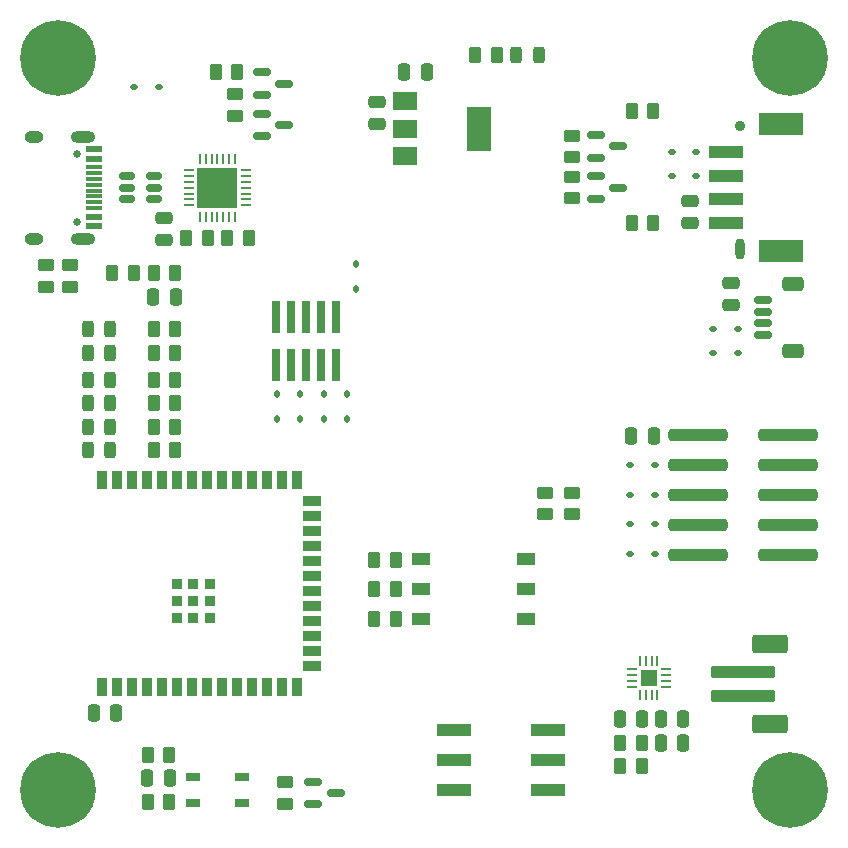
<source format=gbr>
%TF.GenerationSoftware,KiCad,Pcbnew,7.0.1*%
%TF.CreationDate,2023-04-30T16:49:33+02:00*%
%TF.ProjectId,Controller,436f6e74-726f-46c6-9c65-722e6b696361,rev?*%
%TF.SameCoordinates,Original*%
%TF.FileFunction,Soldermask,Top*%
%TF.FilePolarity,Negative*%
%FSLAX46Y46*%
G04 Gerber Fmt 4.6, Leading zero omitted, Abs format (unit mm)*
G04 Created by KiCad (PCBNEW 7.0.1) date 2023-04-30 16:49:33*
%MOMM*%
%LPD*%
G01*
G04 APERTURE LIST*
G04 Aperture macros list*
%AMRoundRect*
0 Rectangle with rounded corners*
0 $1 Rounding radius*
0 $2 $3 $4 $5 $6 $7 $8 $9 X,Y pos of 4 corners*
0 Add a 4 corners polygon primitive as box body*
4,1,4,$2,$3,$4,$5,$6,$7,$8,$9,$2,$3,0*
0 Add four circle primitives for the rounded corners*
1,1,$1+$1,$2,$3*
1,1,$1+$1,$4,$5*
1,1,$1+$1,$6,$7*
1,1,$1+$1,$8,$9*
0 Add four rect primitives between the rounded corners*
20,1,$1+$1,$2,$3,$4,$5,0*
20,1,$1+$1,$4,$5,$6,$7,0*
20,1,$1+$1,$6,$7,$8,$9,0*
20,1,$1+$1,$8,$9,$2,$3,0*%
G04 Aperture macros list end*
%ADD10O,0.800000X1.800000*%
%ADD11C,0.889000*%
%ADD12R,2.895600X0.990600*%
%ADD13R,3.708400X1.905000*%
%ADD14RoundRect,0.250000X0.262500X0.450000X-0.262500X0.450000X-0.262500X-0.450000X0.262500X-0.450000X0*%
%ADD15RoundRect,0.243750X-0.243750X-0.456250X0.243750X-0.456250X0.243750X0.456250X-0.243750X0.456250X0*%
%ADD16RoundRect,0.112500X-0.112500X0.187500X-0.112500X-0.187500X0.112500X-0.187500X0.112500X0.187500X0*%
%ADD17RoundRect,0.250000X-0.450000X0.262500X-0.450000X-0.262500X0.450000X-0.262500X0.450000X0.262500X0*%
%ADD18R,0.650000X2.770000*%
%ADD19RoundRect,0.250000X-0.250000X-0.475000X0.250000X-0.475000X0.250000X0.475000X-0.250000X0.475000X0*%
%ADD20RoundRect,0.255000X-2.245000X-0.255000X2.245000X-0.255000X2.245000X0.255000X-2.245000X0.255000X0*%
%ADD21RoundRect,0.112500X0.112500X-0.187500X0.112500X0.187500X-0.112500X0.187500X-0.112500X-0.187500X0*%
%ADD22RoundRect,0.112500X0.187500X0.112500X-0.187500X0.112500X-0.187500X-0.112500X0.187500X-0.112500X0*%
%ADD23RoundRect,0.150000X-0.587500X-0.150000X0.587500X-0.150000X0.587500X0.150000X-0.587500X0.150000X0*%
%ADD24C,0.800000*%
%ADD25C,6.400000*%
%ADD26RoundRect,0.150000X0.512500X0.150000X-0.512500X0.150000X-0.512500X-0.150000X0.512500X-0.150000X0*%
%ADD27RoundRect,0.250000X-0.262500X-0.450000X0.262500X-0.450000X0.262500X0.450000X-0.262500X0.450000X0*%
%ADD28RoundRect,0.250000X0.450000X-0.262500X0.450000X0.262500X-0.450000X0.262500X-0.450000X-0.262500X0*%
%ADD29C,0.650000*%
%ADD30R,1.450000X0.600000*%
%ADD31R,1.450000X0.300000*%
%ADD32O,2.100000X1.000000*%
%ADD33O,1.600000X1.000000*%
%ADD34R,3.000000X1.000000*%
%ADD35RoundRect,0.250000X0.250000X0.475000X-0.250000X0.475000X-0.250000X-0.475000X0.250000X-0.475000X0*%
%ADD36RoundRect,0.250000X0.475000X-0.250000X0.475000X0.250000X-0.475000X0.250000X-0.475000X-0.250000X0*%
%ADD37R,0.900000X1.500000*%
%ADD38R,1.500000X0.900000*%
%ADD39R,0.900000X0.900000*%
%ADD40RoundRect,0.243750X0.243750X0.456250X-0.243750X0.456250X-0.243750X-0.456250X0.243750X-0.456250X0*%
%ADD41RoundRect,0.062500X-0.375000X-0.062500X0.375000X-0.062500X0.375000X0.062500X-0.375000X0.062500X0*%
%ADD42RoundRect,0.062500X-0.062500X-0.375000X0.062500X-0.375000X0.062500X0.375000X-0.062500X0.375000X0*%
%ADD43R,1.450000X1.450000*%
%ADD44RoundRect,0.150000X-0.625000X0.150000X-0.625000X-0.150000X0.625000X-0.150000X0.625000X0.150000X0*%
%ADD45RoundRect,0.250000X-0.650000X0.350000X-0.650000X-0.350000X0.650000X-0.350000X0.650000X0.350000X0*%
%ADD46RoundRect,0.250000X-2.500000X0.250000X-2.500000X-0.250000X2.500000X-0.250000X2.500000X0.250000X0*%
%ADD47RoundRect,0.250000X-1.250000X0.550000X-1.250000X-0.550000X1.250000X-0.550000X1.250000X0.550000X0*%
%ADD48R,1.200000X0.650000*%
%ADD49RoundRect,0.062500X-0.337500X-0.062500X0.337500X-0.062500X0.337500X0.062500X-0.337500X0.062500X0*%
%ADD50RoundRect,0.062500X-0.062500X-0.337500X0.062500X-0.337500X0.062500X0.337500X-0.062500X0.337500X0*%
%ADD51R,3.350000X3.350000*%
%ADD52RoundRect,0.250000X-0.475000X0.250000X-0.475000X-0.250000X0.475000X-0.250000X0.475000X0.250000X0*%
%ADD53R,1.500000X1.100000*%
%ADD54R,2.000000X1.500000*%
%ADD55R,2.000000X3.800000*%
G04 APERTURE END LIST*
D10*
%TO.C,J5*%
X177112399Y-80105000D03*
D11*
X177112599Y-69705000D03*
D12*
X175862599Y-71905001D03*
X175862599Y-73904999D03*
X175862599Y-75905001D03*
X175862599Y-77904999D03*
D13*
X180512600Y-80255001D03*
X180512600Y-69554999D03*
%TD*%
D14*
%TO.C,R11*%
X127417500Y-86905000D03*
X129242500Y-86905000D03*
%TD*%
%TO.C,R19*%
X127417500Y-95155000D03*
X129242500Y-95155000D03*
%TD*%
D15*
%TO.C,D7*%
X121892500Y-95155000D03*
X123767500Y-95155000D03*
%TD*%
D14*
%TO.C,R20*%
X129242500Y-97155000D03*
X127417500Y-97155000D03*
%TD*%
%TO.C,R17*%
X127417500Y-91155000D03*
X129242500Y-91155000D03*
%TD*%
D15*
%TO.C,D8*%
X121892500Y-97155000D03*
X123767500Y-97155000D03*
%TD*%
%TO.C,D5*%
X123767500Y-91155000D03*
X121892500Y-91155000D03*
%TD*%
D14*
%TO.C,R18*%
X127417500Y-93155000D03*
X129242500Y-93155000D03*
%TD*%
D15*
%TO.C,D6*%
X123767500Y-93155000D03*
X121892500Y-93155000D03*
%TD*%
D16*
%TO.C,D12*%
X137830000Y-94455000D03*
X137830000Y-92355000D03*
%TD*%
D17*
%TO.C,R2*%
X120330000Y-81492500D03*
X120330000Y-83317500D03*
%TD*%
D14*
%TO.C,R10*%
X129242500Y-88905000D03*
X127417500Y-88905000D03*
%TD*%
D18*
%TO.C,J2*%
X137790000Y-89920000D03*
X137790000Y-85890000D03*
X139060000Y-89920000D03*
X139060000Y-85890000D03*
X140330000Y-89920000D03*
X140330000Y-85890000D03*
X141600000Y-89920000D03*
X141600000Y-85890000D03*
X142870000Y-89920000D03*
X142870000Y-85890000D03*
%TD*%
D17*
%TO.C,R27*%
X162830000Y-73992500D03*
X162830000Y-75817500D03*
%TD*%
D14*
%TO.C,R14*%
X147942500Y-106405000D03*
X146117500Y-106405000D03*
%TD*%
D19*
%TO.C,C7*%
X170380000Y-121905000D03*
X172280000Y-121905000D03*
%TD*%
D14*
%TO.C,R22*%
X168742500Y-121905000D03*
X166917500Y-121905000D03*
%TD*%
D20*
%TO.C,J4*%
X181130000Y-105985000D03*
X173530000Y-105985000D03*
X181130000Y-103445000D03*
X173530000Y-103445000D03*
X181130000Y-100905000D03*
X173530000Y-100905000D03*
X181130000Y-98365000D03*
X173530000Y-98365000D03*
X181130000Y-95825000D03*
X173530000Y-95825000D03*
%TD*%
D21*
%TO.C,D13*%
X144580000Y-83455000D03*
X144580000Y-81355000D03*
%TD*%
D22*
%TO.C,D21*%
X176880000Y-86905000D03*
X174780000Y-86905000D03*
%TD*%
%TO.C,D20*%
X176880000Y-88905000D03*
X174780000Y-88905000D03*
%TD*%
D23*
%TO.C,Q4*%
X164892500Y-70455000D03*
X164892500Y-72355000D03*
X166767500Y-71405000D03*
%TD*%
D24*
%TO.C,H4*%
X178930000Y-125905000D03*
X179632944Y-124207944D03*
X179632944Y-127602056D03*
X181330000Y-123505000D03*
D25*
X181330000Y-125905000D03*
D24*
X181330000Y-128305000D03*
X183027056Y-124207944D03*
X183027056Y-127602056D03*
X183730000Y-125905000D03*
%TD*%
D14*
%TO.C,R13*%
X147942500Y-108905000D03*
X146117500Y-108905000D03*
%TD*%
D26*
%TO.C,U2*%
X127467500Y-75855000D03*
X127467500Y-74905000D03*
X127467500Y-73955000D03*
X125192500Y-73955000D03*
X125192500Y-74905000D03*
X125192500Y-75855000D03*
%TD*%
D17*
%TO.C,R26*%
X162830000Y-70492500D03*
X162830000Y-72317500D03*
%TD*%
D27*
%TO.C,R1*%
X156492500Y-63655000D03*
X154667500Y-63655000D03*
%TD*%
D19*
%TO.C,C10*%
X167880000Y-95905000D03*
X169780000Y-95905000D03*
%TD*%
%TO.C,C2*%
X148630000Y-65155000D03*
X150530000Y-65155000D03*
%TD*%
D22*
%TO.C,D16*%
X169880000Y-103405000D03*
X167780000Y-103405000D03*
%TD*%
D23*
%TO.C,Q5*%
X164892500Y-73955000D03*
X164892500Y-75855000D03*
X166767500Y-74905000D03*
%TD*%
D28*
%TO.C,R24*%
X162830000Y-102567500D03*
X162830000Y-100742500D03*
%TD*%
D27*
%TO.C,R7*%
X135492500Y-79155000D03*
X133667500Y-79155000D03*
%TD*%
D29*
%TO.C,J1*%
X120930000Y-72015000D03*
X120930000Y-77795000D03*
D30*
X122375000Y-71655000D03*
X122375000Y-72455000D03*
D31*
X122375000Y-73655000D03*
X122375000Y-74655000D03*
X122375000Y-75155000D03*
X122375000Y-76155000D03*
D30*
X122375000Y-77355000D03*
X122375000Y-78155000D03*
X122375000Y-78155000D03*
X122375000Y-77355000D03*
D31*
X122375000Y-76655000D03*
X122375000Y-75655000D03*
X122375000Y-74155000D03*
X122375000Y-73155000D03*
D30*
X122375000Y-72455000D03*
X122375000Y-71655000D03*
D32*
X121460000Y-70585000D03*
D33*
X117280000Y-70585000D03*
D32*
X121460000Y-79225000D03*
D33*
X117280000Y-79225000D03*
%TD*%
D34*
%TO.C,SW3*%
X160830000Y-123405000D03*
X152830000Y-123405000D03*
X160830000Y-125945000D03*
X160830000Y-120865000D03*
X152830000Y-120865000D03*
X152830000Y-125945000D03*
%TD*%
D22*
%TO.C,D18*%
X173380000Y-71905000D03*
X171280000Y-71905000D03*
%TD*%
D35*
%TO.C,C6*%
X124280000Y-119405000D03*
X122380000Y-119405000D03*
%TD*%
D24*
%TO.C,H3*%
X116930000Y-125905000D03*
X117632944Y-124207944D03*
X117632944Y-127602056D03*
X119330000Y-123505000D03*
D25*
X119330000Y-125905000D03*
D24*
X119330000Y-128305000D03*
X121027056Y-124207944D03*
X121027056Y-127602056D03*
X121730000Y-125905000D03*
%TD*%
D27*
%TO.C,R4*%
X131992500Y-79155000D03*
X130167500Y-79155000D03*
%TD*%
D22*
%TO.C,D14*%
X169880000Y-98405000D03*
X167780000Y-98405000D03*
%TD*%
D23*
%TO.C,Q1*%
X136580000Y-68655000D03*
X136580000Y-70555000D03*
X138455000Y-69605000D03*
%TD*%
D19*
%TO.C,C5*%
X126880000Y-124905000D03*
X128780000Y-124905000D03*
%TD*%
D24*
%TO.C,H1*%
X116930000Y-63905000D03*
X117632944Y-62207944D03*
X117632944Y-65602056D03*
X119330000Y-61505000D03*
D25*
X119330000Y-63905000D03*
D24*
X119330000Y-66305000D03*
X121027056Y-62207944D03*
X121027056Y-65602056D03*
X121730000Y-63905000D03*
%TD*%
D27*
%TO.C,R5*%
X123917500Y-82155000D03*
X125742500Y-82155000D03*
%TD*%
%TO.C,R16*%
X126917500Y-122905000D03*
X128742500Y-122905000D03*
%TD*%
D19*
%TO.C,C9*%
X170380000Y-119905000D03*
X172280000Y-119905000D03*
%TD*%
D15*
%TO.C,D3*%
X121892500Y-88905000D03*
X123767500Y-88905000D03*
%TD*%
D36*
%TO.C,C11*%
X172830000Y-77905000D03*
X172830000Y-76005000D03*
%TD*%
D22*
%TO.C,D19*%
X173380000Y-73905000D03*
X171280000Y-73905000D03*
%TD*%
D24*
%TO.C,H2*%
X178930000Y-63905000D03*
X179632944Y-62207944D03*
X179632944Y-65602056D03*
X181330000Y-61505000D03*
D25*
X181330000Y-63905000D03*
D24*
X181330000Y-66305000D03*
X183027056Y-62207944D03*
X183027056Y-65602056D03*
X183730000Y-63905000D03*
%TD*%
D22*
%TO.C,D1*%
X127880000Y-66405000D03*
X125780000Y-66405000D03*
%TD*%
D14*
%TO.C,R12*%
X147942500Y-111405000D03*
X146117500Y-111405000D03*
%TD*%
D19*
%TO.C,C3*%
X127380000Y-84155000D03*
X129280000Y-84155000D03*
%TD*%
D37*
%TO.C,U4*%
X123070000Y-117155000D03*
X124340000Y-117155000D03*
X125610000Y-117155000D03*
X126880000Y-117155000D03*
X128150000Y-117155000D03*
X129420000Y-117155000D03*
X130690000Y-117155000D03*
X131960000Y-117155000D03*
X133230000Y-117155000D03*
X134500000Y-117155000D03*
X135770000Y-117155000D03*
X137040000Y-117155000D03*
X138310000Y-117155000D03*
X139580000Y-117155000D03*
D38*
X140830000Y-115390000D03*
X140830000Y-114120000D03*
X140830000Y-112850000D03*
X140830000Y-111580000D03*
X140830000Y-110310000D03*
X140830000Y-109040000D03*
X140830000Y-107770000D03*
X140830000Y-106500000D03*
X140830000Y-105230000D03*
X140830000Y-103960000D03*
X140830000Y-102690000D03*
X140830000Y-101420000D03*
D37*
X139580000Y-99655000D03*
X138310000Y-99655000D03*
X137040000Y-99655000D03*
X135770000Y-99655000D03*
X134500000Y-99655000D03*
X133230000Y-99655000D03*
X131960000Y-99655000D03*
X130690000Y-99655000D03*
X129420000Y-99655000D03*
X128150000Y-99655000D03*
X126880000Y-99655000D03*
X125610000Y-99655000D03*
X124340000Y-99655000D03*
X123070000Y-99655000D03*
D39*
X129390000Y-111305000D03*
X130790000Y-111305000D03*
X132190000Y-111305000D03*
X129390000Y-109905000D03*
X130790000Y-109905000D03*
X132190000Y-109905000D03*
X129390000Y-108505000D03*
X130790000Y-108505000D03*
X132190000Y-108505000D03*
%TD*%
D14*
%TO.C,R28*%
X169742500Y-68405000D03*
X167917500Y-68405000D03*
%TD*%
D23*
%TO.C,Q3*%
X140955000Y-125205000D03*
X140955000Y-127105000D03*
X142830000Y-126155000D03*
%TD*%
D27*
%TO.C,R9*%
X132667500Y-65155000D03*
X134492500Y-65155000D03*
%TD*%
D16*
%TO.C,D11*%
X139830000Y-92355000D03*
X139830000Y-94455000D03*
%TD*%
D27*
%TO.C,R6*%
X129242500Y-82155000D03*
X127417500Y-82155000D03*
%TD*%
D14*
%TO.C,R15*%
X128742500Y-126905000D03*
X126917500Y-126905000D03*
%TD*%
D17*
%TO.C,R3*%
X118330000Y-83317500D03*
X118330000Y-81492500D03*
%TD*%
D40*
%TO.C,D2*%
X158142500Y-63655000D03*
X160017500Y-63655000D03*
%TD*%
D28*
%TO.C,R21*%
X138580000Y-127067500D03*
X138580000Y-125242500D03*
%TD*%
D35*
%TO.C,C8*%
X168780000Y-119905000D03*
X166880000Y-119905000D03*
%TD*%
D41*
%TO.C,U5*%
X167892500Y-115655000D03*
X167892500Y-116155000D03*
X167892500Y-116655000D03*
X167892500Y-117155000D03*
D42*
X168580000Y-117842500D03*
X169080000Y-117842500D03*
X169580000Y-117842500D03*
X170080000Y-117842500D03*
D41*
X170767500Y-117155000D03*
X170767500Y-116655000D03*
X170767500Y-116155000D03*
X170767500Y-115655000D03*
D42*
X170080000Y-114967500D03*
X169580000Y-114967500D03*
X169080000Y-114967500D03*
X168580000Y-114967500D03*
D43*
X169330000Y-116405000D03*
%TD*%
D44*
%TO.C,J6*%
X179005000Y-84405000D03*
X179005000Y-85405000D03*
X179005000Y-86405000D03*
X179005000Y-87405000D03*
D45*
X181530000Y-83105000D03*
X181530000Y-88705000D03*
%TD*%
D23*
%TO.C,Q2*%
X136580000Y-65155000D03*
X136580000Y-67055000D03*
X138455000Y-66105000D03*
%TD*%
D14*
%TO.C,R29*%
X169742500Y-77905000D03*
X167917500Y-77905000D03*
%TD*%
D28*
%TO.C,R25*%
X160580000Y-100742500D03*
X160580000Y-102567500D03*
%TD*%
D17*
%TO.C,R8*%
X134330000Y-66992500D03*
X134330000Y-68817500D03*
%TD*%
D46*
%TO.C,J3*%
X177330000Y-115905000D03*
X177330000Y-117905000D03*
D47*
X179580000Y-113505000D03*
X179580000Y-120305000D03*
%TD*%
D48*
%TO.C,SW2*%
X130755000Y-124830000D03*
X134905000Y-124830000D03*
X130755000Y-126980000D03*
X134880000Y-126980000D03*
%TD*%
D22*
%TO.C,D15*%
X169880000Y-100905000D03*
X167780000Y-100905000D03*
%TD*%
%TO.C,D17*%
X169880000Y-105905000D03*
X167780000Y-105905000D03*
%TD*%
D49*
%TO.C,U3*%
X130380000Y-73405000D03*
X130380000Y-73905000D03*
X130380000Y-74405000D03*
X130380000Y-74905000D03*
X130380000Y-75405000D03*
X130380000Y-75905000D03*
X130380000Y-76405000D03*
D50*
X131330000Y-77355000D03*
X131830000Y-77355000D03*
X132330000Y-77355000D03*
X132830000Y-77355000D03*
X133330000Y-77355000D03*
X133830000Y-77355000D03*
X134330000Y-77355000D03*
D49*
X135280000Y-76405000D03*
X135280000Y-75905000D03*
X135280000Y-75405000D03*
X135280000Y-74905000D03*
X135280000Y-74405000D03*
X135280000Y-73905000D03*
X135280000Y-73405000D03*
D50*
X134330000Y-72455000D03*
X133830000Y-72455000D03*
X133330000Y-72455000D03*
X132830000Y-72455000D03*
X132330000Y-72455000D03*
X131830000Y-72455000D03*
X131330000Y-72455000D03*
D51*
X132830000Y-74905000D03*
%TD*%
D16*
%TO.C,D10*%
X141830000Y-92355000D03*
X141830000Y-94455000D03*
%TD*%
D27*
%TO.C,R23*%
X168742500Y-123905000D03*
X166917500Y-123905000D03*
%TD*%
D52*
%TO.C,C12*%
X176330000Y-84855000D03*
X176330000Y-82955000D03*
%TD*%
D16*
%TO.C,D9*%
X143830000Y-94455000D03*
X143830000Y-92355000D03*
%TD*%
D15*
%TO.C,D4*%
X123767500Y-86905000D03*
X121892500Y-86905000D03*
%TD*%
D36*
%TO.C,C4*%
X128330000Y-79355000D03*
X128330000Y-77455000D03*
%TD*%
D53*
%TO.C,SW1*%
X158980000Y-111445000D03*
X158980000Y-108905000D03*
X158980000Y-106365000D03*
X150080000Y-106365000D03*
X150080000Y-108905000D03*
X150080000Y-111445000D03*
%TD*%
D54*
%TO.C,U1*%
X148680000Y-72205000D03*
D55*
X154980000Y-69905000D03*
D54*
X148680000Y-69905000D03*
X148680000Y-67605000D03*
%TD*%
D52*
%TO.C,C1*%
X146330000Y-69555000D03*
X146330000Y-67655000D03*
%TD*%
M02*

</source>
